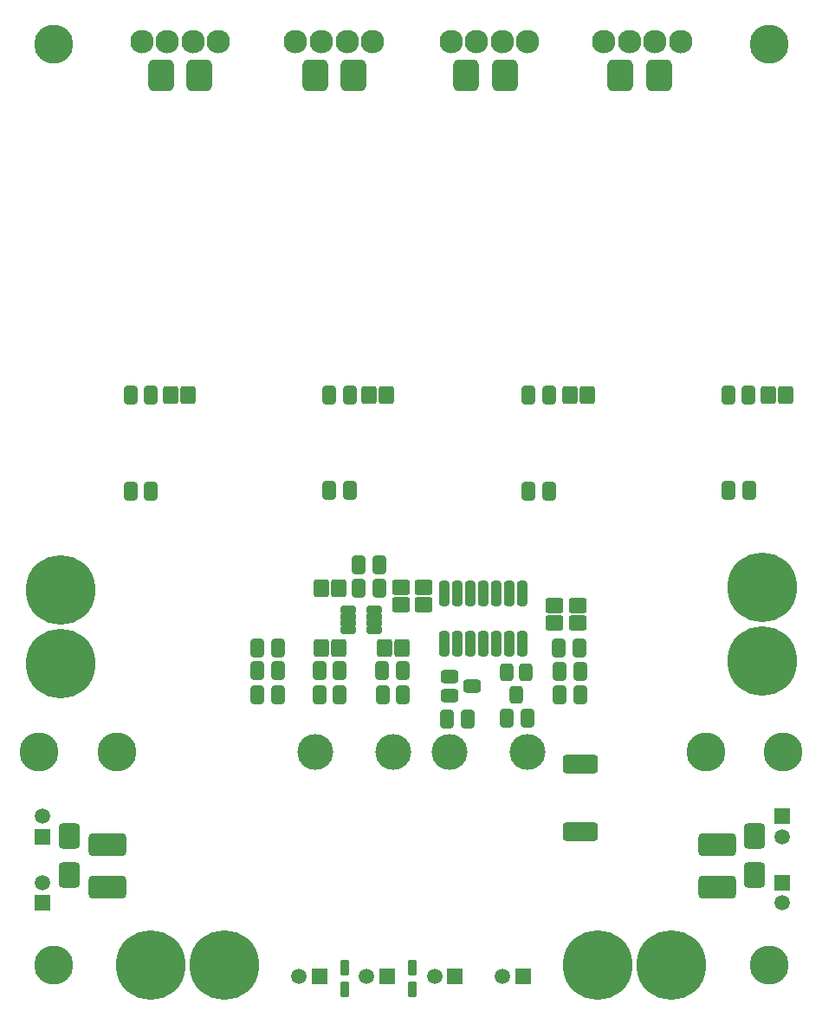
<source format=gbs>
G04*
G04 #@! TF.GenerationSoftware,Altium Limited,Altium Designer,22.10.1 (41)*
G04*
G04 Layer_Color=16711935*
%FSLAX43Y43*%
%MOMM*%
G71*
G04*
G04 #@! TF.SameCoordinates,8BFF45E1-3A9E-4B14-93B6-BC7C2D9919BF*
G04*
G04*
G04 #@! TF.FilePolarity,Negative*
G04*
G01*
G75*
G04:AMPARAMS|DCode=24|XSize=1.51mm|YSize=1.76mm|CornerRadius=0.301mm|HoleSize=0mm|Usage=FLASHONLY|Rotation=180.000|XOffset=0mm|YOffset=0mm|HoleType=Round|Shape=RoundedRectangle|*
%AMROUNDEDRECTD24*
21,1,1.510,1.158,0,0,180.0*
21,1,0.907,1.760,0,0,180.0*
1,1,0.603,-0.454,0.579*
1,1,0.603,0.454,0.579*
1,1,0.603,0.454,-0.579*
1,1,0.603,-0.454,-0.579*
%
%ADD24ROUNDEDRECTD24*%
G04:AMPARAMS|DCode=28|XSize=3.44mm|YSize=1.84mm|CornerRadius=0.343mm|HoleSize=0mm|Usage=FLASHONLY|Rotation=0.000|XOffset=0mm|YOffset=0mm|HoleType=Round|Shape=RoundedRectangle|*
%AMROUNDEDRECTD28*
21,1,3.440,1.155,0,0,0.0*
21,1,2.755,1.840,0,0,0.0*
1,1,0.685,1.378,-0.578*
1,1,0.685,-1.378,-0.578*
1,1,0.685,-1.378,0.578*
1,1,0.685,1.378,0.578*
%
%ADD28ROUNDEDRECTD28*%
G04:AMPARAMS|DCode=29|XSize=1.83mm|YSize=1.32mm|CornerRadius=0.278mm|HoleSize=0mm|Usage=FLASHONLY|Rotation=270.000|XOffset=0mm|YOffset=0mm|HoleType=Round|Shape=RoundedRectangle|*
%AMROUNDEDRECTD29*
21,1,1.830,0.765,0,0,270.0*
21,1,1.275,1.320,0,0,270.0*
1,1,0.555,-0.383,-0.638*
1,1,0.555,-0.383,0.638*
1,1,0.555,0.383,0.638*
1,1,0.555,0.383,-0.638*
%
%ADD29ROUNDEDRECTD29*%
G04:AMPARAMS|DCode=33|XSize=2.04mm|YSize=2.47mm|CornerRadius=0.368mm|HoleSize=0mm|Usage=FLASHONLY|Rotation=0.000|XOffset=0mm|YOffset=0mm|HoleType=Round|Shape=RoundedRectangle|*
%AMROUNDEDRECTD33*
21,1,2.040,1.735,0,0,0.0*
21,1,1.305,2.470,0,0,0.0*
1,1,0.735,0.653,-0.868*
1,1,0.735,-0.653,-0.868*
1,1,0.735,-0.653,0.868*
1,1,0.735,0.653,0.868*
%
%ADD33ROUNDEDRECTD33*%
G04:AMPARAMS|DCode=34|XSize=1.51mm|YSize=1.76mm|CornerRadius=0.301mm|HoleSize=0mm|Usage=FLASHONLY|Rotation=90.000|XOffset=0mm|YOffset=0mm|HoleType=Round|Shape=RoundedRectangle|*
%AMROUNDEDRECTD34*
21,1,1.510,1.158,0,0,90.0*
21,1,0.907,1.760,0,0,90.0*
1,1,0.603,0.579,0.454*
1,1,0.603,0.579,-0.454*
1,1,0.603,-0.579,-0.454*
1,1,0.603,-0.579,0.454*
%
%ADD34ROUNDEDRECTD34*%
%ADD36C,6.800*%
%ADD37C,2.300*%
%ADD38C,1.500*%
%ADD39R,1.500X1.500*%
%ADD40C,3.500*%
%ADD41C,3.800*%
%ADD42R,1.500X1.500*%
%ADD43C,3.800*%
G04:AMPARAMS|DCode=85|XSize=1.56mm|YSize=0.88mm|CornerRadius=0.223mm|HoleSize=0mm|Usage=FLASHONLY|Rotation=90.000|XOffset=0mm|YOffset=0mm|HoleType=Round|Shape=RoundedRectangle|*
%AMROUNDEDRECTD85*
21,1,1.560,0.435,0,0,90.0*
21,1,1.115,0.880,0,0,90.0*
1,1,0.445,0.217,0.558*
1,1,0.445,0.217,-0.558*
1,1,0.445,-0.217,-0.558*
1,1,0.445,-0.217,0.558*
%
%ADD85ROUNDEDRECTD85*%
G04:AMPARAMS|DCode=86|XSize=1.51mm|YSize=0.78mm|CornerRadius=0.21mm|HoleSize=0mm|Usage=FLASHONLY|Rotation=180.000|XOffset=0mm|YOffset=0mm|HoleType=Round|Shape=RoundedRectangle|*
%AMROUNDEDRECTD86*
21,1,1.510,0.360,0,0,180.0*
21,1,1.090,0.780,0,0,180.0*
1,1,0.420,-0.545,0.180*
1,1,0.420,0.545,0.180*
1,1,0.420,0.545,-0.180*
1,1,0.420,-0.545,-0.180*
%
%ADD86ROUNDEDRECTD86*%
G04:AMPARAMS|DCode=87|XSize=1.3mm|YSize=1.7mm|CornerRadius=0.275mm|HoleSize=0mm|Usage=FLASHONLY|Rotation=270.000|XOffset=0mm|YOffset=0mm|HoleType=Round|Shape=RoundedRectangle|*
%AMROUNDEDRECTD87*
21,1,1.300,1.150,0,0,270.0*
21,1,0.750,1.700,0,0,270.0*
1,1,0.550,-0.575,-0.375*
1,1,0.550,-0.575,0.375*
1,1,0.550,0.575,0.375*
1,1,0.550,0.575,-0.375*
%
%ADD87ROUNDEDRECTD87*%
G04:AMPARAMS|DCode=88|XSize=0.98mm|YSize=2.47mm|CornerRadius=0.235mm|HoleSize=0mm|Usage=FLASHONLY|Rotation=0.000|XOffset=0mm|YOffset=0mm|HoleType=Round|Shape=RoundedRectangle|*
%AMROUNDEDRECTD88*
21,1,0.980,2.000,0,0,0.0*
21,1,0.510,2.470,0,0,0.0*
1,1,0.470,0.255,-1.000*
1,1,0.470,-0.255,-1.000*
1,1,0.470,-0.255,1.000*
1,1,0.470,0.255,1.000*
%
%ADD88ROUNDEDRECTD88*%
G04:AMPARAMS|DCode=89|XSize=3.043mm|YSize=2.459mm|CornerRadius=0.42mm|HoleSize=0mm|Usage=FLASHONLY|Rotation=270.000|XOffset=0mm|YOffset=0mm|HoleType=Round|Shape=RoundedRectangle|*
%AMROUNDEDRECTD89*
21,1,3.043,1.619,0,0,270.0*
21,1,2.203,2.459,0,0,270.0*
1,1,0.840,-0.810,-1.102*
1,1,0.840,-0.810,1.102*
1,1,0.840,0.810,1.102*
1,1,0.840,0.810,-1.102*
%
%ADD89ROUNDEDRECTD89*%
G04:AMPARAMS|DCode=90|XSize=2.25mm|YSize=3.7mm|CornerRadius=0.394mm|HoleSize=0mm|Usage=FLASHONLY|Rotation=270.000|XOffset=0mm|YOffset=0mm|HoleType=Round|Shape=RoundedRectangle|*
%AMROUNDEDRECTD90*
21,1,2.250,2.913,0,0,270.0*
21,1,1.463,3.700,0,0,270.0*
1,1,0.788,-1.456,-0.731*
1,1,0.788,-1.456,0.731*
1,1,0.788,1.456,0.731*
1,1,0.788,1.456,-0.731*
%
%ADD90ROUNDEDRECTD90*%
G04:AMPARAMS|DCode=91|XSize=1.3mm|YSize=1.7mm|CornerRadius=0.275mm|HoleSize=0mm|Usage=FLASHONLY|Rotation=180.000|XOffset=0mm|YOffset=0mm|HoleType=Round|Shape=RoundedRectangle|*
%AMROUNDEDRECTD91*
21,1,1.300,1.150,0,0,180.0*
21,1,0.750,1.700,0,0,180.0*
1,1,0.550,-0.375,0.575*
1,1,0.550,0.375,0.575*
1,1,0.550,0.375,-0.575*
1,1,0.550,-0.375,-0.575*
%
%ADD91ROUNDEDRECTD91*%
D24*
X-7114Y-8214D02*
D03*
X-8804D02*
D03*
X-7114Y-14005D02*
D03*
X-8804D02*
D03*
X34915Y10660D02*
D03*
X36605D02*
D03*
X15458Y10649D02*
D03*
X17148D02*
D03*
X-2613Y-14035D02*
D03*
X-923D02*
D03*
X-4121Y10678D02*
D03*
X-2431D02*
D03*
X-23501D02*
D03*
X-21811D02*
D03*
D28*
X16520Y-31992D02*
D03*
Y-25342D02*
D03*
D29*
X30965Y1337D02*
D03*
X32980D02*
D03*
X11471Y1307D02*
D03*
X13486D02*
D03*
X-8060Y1335D02*
D03*
X-6045D02*
D03*
X-27466Y1315D02*
D03*
X-25451D02*
D03*
X-5144Y-8202D02*
D03*
X-3129D02*
D03*
X-6989Y-16280D02*
D03*
X-9004D02*
D03*
X-5144Y-5900D02*
D03*
X-3129D02*
D03*
X3475Y-20950D02*
D03*
X5490D02*
D03*
X9302Y-20925D02*
D03*
X11317D02*
D03*
X14480Y-16305D02*
D03*
X16495D02*
D03*
X-13022Y-14010D02*
D03*
X-15037D02*
D03*
X-9004Y-18569D02*
D03*
X-6989D02*
D03*
X-2895Y-16280D02*
D03*
X-880D02*
D03*
X-805Y-18574D02*
D03*
X-2820D02*
D03*
X14405Y-14010D02*
D03*
X16420D02*
D03*
X16495Y-18594D02*
D03*
X14480D02*
D03*
X30961Y10648D02*
D03*
X32976D02*
D03*
X11469D02*
D03*
X13484D02*
D03*
X-8025Y10653D02*
D03*
X-6010D02*
D03*
X-13022Y-16280D02*
D03*
X-15037D02*
D03*
X-13022Y-18569D02*
D03*
X-15037D02*
D03*
X-27466Y10653D02*
D03*
X-25451D02*
D03*
D33*
X-33429Y-32426D02*
D03*
Y-36186D02*
D03*
X33556D02*
D03*
Y-32426D02*
D03*
D34*
X-1038Y-8087D02*
D03*
Y-9777D02*
D03*
X1179Y-8087D02*
D03*
Y-9777D02*
D03*
X14013Y-9887D02*
D03*
Y-11576D02*
D03*
X16263Y-9887D02*
D03*
Y-11576D02*
D03*
D36*
X18198Y-45000D02*
D03*
X25398D02*
D03*
X34262Y-15350D02*
D03*
Y-8150D02*
D03*
X-18295Y-45000D02*
D03*
X-25495D02*
D03*
X-34300Y-15600D02*
D03*
Y-8400D02*
D03*
D37*
X-26363Y45248D02*
D03*
X-21363D02*
D03*
X-23863D02*
D03*
X-18863D02*
D03*
X-11303D02*
D03*
X-6303D02*
D03*
X-8803D02*
D03*
X-3803D02*
D03*
X11357D02*
D03*
X6357D02*
D03*
X8857D02*
D03*
X3857D02*
D03*
X26317D02*
D03*
X21317D02*
D03*
X23817D02*
D03*
X18817D02*
D03*
D38*
X-4370Y-46100D02*
D03*
X36229Y-32475D02*
D03*
X-36050Y-30475D02*
D03*
X36229Y-38953D02*
D03*
X-36050Y-36953D02*
D03*
X-11000Y-46100D02*
D03*
X2261D02*
D03*
X8891D02*
D03*
D39*
X-2370D02*
D03*
X-9000D02*
D03*
X4261D02*
D03*
X10891D02*
D03*
D40*
X3762Y-24200D02*
D03*
X11362D02*
D03*
X-1800Y-24200D02*
D03*
X-9400D02*
D03*
D41*
X36362D02*
D03*
X28762D02*
D03*
X-36400Y-24200D02*
D03*
X-28800D02*
D03*
D42*
X36229Y-30475D02*
D03*
X-36050Y-32475D02*
D03*
X36229Y-36953D02*
D03*
X-36050Y-38953D02*
D03*
D43*
X-35000Y-45000D02*
D03*
Y45000D02*
D03*
X35000Y-45000D02*
D03*
X35000Y45000D02*
D03*
D85*
X74Y-45300D02*
D03*
Y-47360D02*
D03*
X-6525D02*
D03*
Y-45300D02*
D03*
D86*
X-3652Y-10307D02*
D03*
Y-10957D02*
D03*
Y-11607D02*
D03*
Y-12257D02*
D03*
X-6162D02*
D03*
Y-11607D02*
D03*
Y-10957D02*
D03*
Y-10307D02*
D03*
D87*
X3700Y-18735D02*
D03*
X3700Y-16835D02*
D03*
X5900Y-17785D02*
D03*
D88*
X10836Y-13578D02*
D03*
X9566D02*
D03*
X8296D02*
D03*
X7026D02*
D03*
X5756D02*
D03*
X4486D02*
D03*
X3216D02*
D03*
X10836Y-8728D02*
D03*
X9566D02*
D03*
X8296D02*
D03*
X7026D02*
D03*
X5756D02*
D03*
X4486D02*
D03*
X3216D02*
D03*
D89*
X-24493Y41922D02*
D03*
X-20733D02*
D03*
X-5673D02*
D03*
X-9433D02*
D03*
X24190D02*
D03*
X20430D02*
D03*
X9130D02*
D03*
X5370D02*
D03*
D90*
X-29700Y-37428D02*
D03*
Y-33228D02*
D03*
X29862D02*
D03*
Y-37428D02*
D03*
D91*
X9307Y-16380D02*
D03*
X11207Y-16380D02*
D03*
X10257Y-18580D02*
D03*
M02*

</source>
